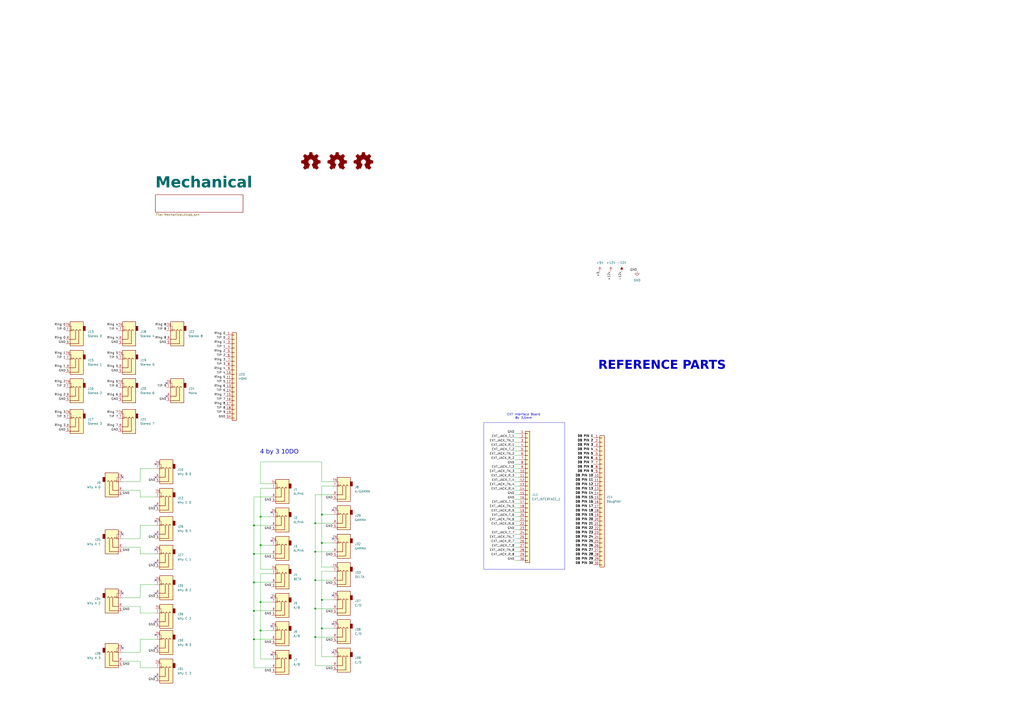
<source format=kicad_sch>
(kicad_sch (version 20231120) (generator "eeschema") (generator_version "8.0")
  (paper "A2")
  (title_block (title "Audio Thing Template") (date "2024-11-13") (rev "1.0") (company "velvia-fifty") (comment 1 "https://github.com/velvia-fifty/AudioThings") (comment 2 "You should have changed this already :)") (comment 4 "Stay humble"))
  (lib_symbols
    (symbol "Connector_Audio:AudioJack3_SwitchT"
      (property "Reference" "J" (at 0 8.89 0))
      (property "Value" "AudioJack3_SwitchT" (at 0 6.35 0))
      (symbol "AudioJack3_SwitchT_0_1"
        (rectangle (start -5.08 -5.08) (end -6.35 -7.62) (stroke (width 0.254)) (fill (type outline)))
        (polyline (pts (xy 1.778 -5.334) (xy 2.032 -5.842)))
        (polyline (pts (xy 0 -5.08) (xy 0.635 -5.715) (xy 1.27 -5.08) (xy 2.54 -5.08)) (stroke (width 0.254)))
        (polyline (pts (xy 2.54 -7.62) (xy 1.778 -7.62) (xy 1.778 -5.334) (xy 1.524 -5.842)))
        (polyline (pts (xy -1.905 -5.08) (xy -1.27 -5.715) (xy -0.635 -5.08) (xy -0.635 0) (xy 2.54 0)) (stroke (width 0.254)))
        (polyline (pts (xy 2.54 2.54) (xy -2.54 2.54) (xy -2.54 -5.08) (xy -3.175 -5.715) (xy -3.81 -5.08)) (stroke (width 0.254)))
        (rectangle (start 2.54 3.81) (end -5.08 -10.16) (stroke (width 0.254)) (fill (type background)))
      )
      (symbol "AudioJack3_SwitchT_1_1"
        (pin passive line (at 5.08 0 180) (length 2.54) (name "~") (number "R"))
        (pin passive line (at 5.08 2.54 180) (length 2.54) (name "~") (number "S"))
        (pin passive line (at 5.08 -5.08 180) (length 2.54) (name "~") (number "T"))
        (pin passive line (at 5.08 -7.62 180) (length 2.54) (name "~") (number "TN"))
      )
    )
    (symbol "Connector_Generic:Conn_01x20" (pin_names (offset 1.016) hide)
      (property "Reference" "J23" (at 2.54 0.0001 0))
      (property "Value" "HDMI" (at 2.54 -2.5399 0))
      (symbol "Conn_01x20_1_1"
        (rectangle (start -1.27 -25.273) (end 0 -25.527) (stroke (width 0.1524)))
        (rectangle (start -1.27 -22.733) (end 0 -22.987) (stroke (width 0.1524)))
        (rectangle (start -1.27 -20.193) (end 0 -20.447) (stroke (width 0.1524)))
        (rectangle (start -1.27 -17.653) (end 0 -17.907) (stroke (width 0.1524)))
        (rectangle (start -1.27 -15.113) (end 0 -15.367) (stroke (width 0.1524)))
        (rectangle (start -1.27 -12.573) (end 0 -12.827) (stroke (width 0.1524)))
        (rectangle (start -1.27 -10.033) (end 0 -10.287) (stroke (width 0.1524)))
        (rectangle (start -1.27 -7.493) (end 0 -7.747) (stroke (width 0.1524)))
        (rectangle (start -1.27 -4.953) (end 0 -5.207) (stroke (width 0.1524)))
        (rectangle (start -1.27 -2.413) (end 0 -2.667) (stroke (width 0.1524)))
        (rectangle (start -1.27 0.127) (end 0 -0.127) (stroke (width 0.1524)))
        (rectangle (start -1.27 2.667) (end 0 2.413) (stroke (width 0.1524)))
        (rectangle (start -1.27 5.207) (end 0 4.953) (stroke (width 0.1524)))
        (rectangle (start -1.27 7.747) (end 0 7.493) (stroke (width 0.1524)))
        (rectangle (start -1.27 10.287) (end 0 10.033) (stroke (width 0.1524)))
        (rectangle (start -1.27 12.827) (end 0 12.573) (stroke (width 0.1524)))
        (rectangle (start -1.27 15.367) (end 0 15.113) (stroke (width 0.1524)))
        (rectangle (start -1.27 17.907) (end 0 17.653) (stroke (width 0.1524)))
        (rectangle (start -1.27 20.447) (end 0 20.193) (stroke (width 0.1524)))
        (rectangle (start -1.27 22.987) (end 0 22.733) (stroke (width 0.1524)))
        (rectangle (start -1.27 24.13) (end 1.27 -26.67) (stroke (width 0.254)) (fill (type background)))
        (pin passive line (at -5.08 22.86 0) (length 3.81) (name "Pin_1") (number "1"))
        (pin passive line (at -5.08 0 0) (length 3.81) (name "Pin_10") (number "10"))
        (pin passive line (at -5.08 -2.54 0) (length 3.81) (name "Pin_11") (number "11"))
        (pin passive line (at -5.08 -5.08 0) (length 3.81) (name "Pin_12") (number "12"))
        (pin passive line (at -5.08 -7.62 0) (length 3.81) (name "Pin_13") (number "13"))
        (pin passive line (at -5.08 -10.16 0) (length 3.81) (name "Pin_14") (number "14"))
        (pin passive line (at -5.08 -12.7 0) (length 3.81) (name "Pin_15") (number "15"))
        (pin passive line (at -5.08 -15.24 0) (length 3.81) (name "Pin_16") (number "16"))
        (pin passive line (at -5.08 -17.78 0) (length 3.81) (name "Pin_17") (number "17"))
        (pin passive line (at -5.08 -20.32 0) (length 3.81) (name "Pin_18") (number "18"))
        (pin passive line (at -5.08 -22.86 0) (length 3.81) (name "Pin_19") (number "19"))
        (pin passive line (at -5.08 20.32 0) (length 3.81) (name "Pin_2") (number "2"))
        (pin passive line (at -5.08 17.78 0) (length 3.81) (name "Pin_3") (number "3"))
        (pin passive line (at -5.08 15.24 0) (length 3.81) (name "Pin_4") (number "4"))
        (pin passive line (at -5.08 12.7 0) (length 3.81) (name "Pin_5") (number "5"))
        (pin passive line (at -5.08 10.16 0) (length 3.81) (name "Pin_6") (number "6"))
        (pin passive line (at -5.08 7.62 0) (length 3.81) (name "Pin_7") (number "7"))
        (pin passive line (at -5.08 5.08 0) (length 3.81) (name "Pin_8") (number "8"))
        (pin passive line (at -5.08 2.54 0) (length 3.81) (name "Pin_9") (number "9"))
        (pin passive line (at -5.08 -25.4 0) (length 3.81) (name "Sheild") (number "SH"))
      )
    )
    (symbol "Connector_Generic:Conn_01x30" (pin_names (offset 1.016) hide)
      (property "Reference" "J" (at 0 38.1 0))
      (property "Value" "Conn_01x30" (at 0 -40.64 0))
      (symbol "Conn_01x30_1_1"
        (rectangle (start -1.27 -37.973) (end 0 -38.227) (stroke (width 0.1524)))
        (rectangle (start -1.27 -35.433) (end 0 -35.687) (stroke (width 0.1524)))
        (rectangle (start -1.27 -32.893) (end 0 -33.147) (stroke (width 0.1524)))
        (rectangle (start -1.27 -30.353) (end 0 -30.607) (stroke (width 0.1524)))
        (rectangle (start -1.27 -27.813) (end 0 -28.067) (stroke (width 0.1524)))
        (rectangle (start -1.27 -25.273) (end 0 -25.527) (stroke (width 0.1524)))
        (rectangle (start -1.27 -22.733) (end 0 -22.987) (stroke (width 0.1524)))
        (rectangle (start -1.27 -20.193) (end 0 -20.447) (stroke (width 0.1524)))
        (rectangle (start -1.27 -17.653) (end 0 -17.907) (stroke (width 0.1524)))
        (rectangle (start -1.27 -15.113) (end 0 -15.367) (stroke (width 0.1524)))
        (rectangle (start -1.27 -12.573) (end 0 -12.827) (stroke (width 0.1524)))
        (rectangle (start -1.27 -10.033) (end 0 -10.287) (stroke (width 0.1524)))
        (rectangle (start -1.27 -7.493) (end 0 -7.747) (stroke (width 0.1524)))
        (rectangle (start -1.27 -4.953) (end 0 -5.207) (stroke (width 0.1524)))
        (rectangle (start -1.27 -2.413) (end 0 -2.667) (stroke (width 0.1524)))
        (rectangle (start -1.27 0.127) (end 0 -0.127) (stroke (width 0.1524)))
        (rectangle (start -1.27 2.667) (end 0 2.413) (stroke (width 0.1524)))
        (rectangle (start -1.27 5.207) (end 0 4.953) (stroke (width 0.1524)))
        (rectangle (start -1.27 7.747) (end 0 7.493) (stroke (width 0.1524)))
        (rectangle (start -1.27 10.287) (end 0 10.033) (stroke (width 0.1524)))
        (rectangle (start -1.27 12.827) (end 0 12.573) (stroke (width 0.1524)))
        (rectangle (start -1.27 15.367) (end 0 15.113) (stroke (width 0.1524)))
        (rectangle (start -1.27 17.907) (end 0 17.653) (stroke (width 0.1524)))
        (rectangle (start -1.27 20.447) (end 0 20.193) (stroke (width 0.1524)))
        (rectangle (start -1.27 22.987) (end 0 22.733) (stroke (width 0.1524)))
        (rectangle (start -1.27 25.527) (end 0 25.273) (stroke (width 0.1524)))
        (rectangle (start -1.27 28.067) (end 0 27.813) (stroke (width 0.1524)))
        (rectangle (start -1.27 30.607) (end 0 30.353) (stroke (width 0.1524)))
        (rectangle (start -1.27 33.147) (end 0 32.893) (stroke (width 0.1524)))
        (rectangle (start -1.27 35.687) (end 0 35.433) (stroke (width 0.1524)))
        (rectangle (start -1.27 36.83) (end 1.27 -39.37) (stroke (width 0.254)) (fill (type background)))
        (pin passive line (at -5.08 35.56 0) (length 3.81) (name "Pin_1") (number "1"))
        (pin passive line (at -5.08 12.7 0) (length 3.81) (name "Pin_10") (number "10"))
        (pin passive line (at -5.08 10.16 0) (length 3.81) (name "Pin_11") (number "11"))
        (pin passive line (at -5.08 7.62 0) (length 3.81) (name "Pin_12") (number "12"))
        (pin passive line (at -5.08 5.08 0) (length 3.81) (name "Pin_13") (number "13"))
        (pin passive line (at -5.08 2.54 0) (length 3.81) (name "Pin_14") (number "14"))
        (pin passive line (at -5.08 0 0) (length 3.81) (name "Pin_15") (number "15"))
        (pin passive line (at -5.08 -2.54 0) (length 3.81) (name "Pin_16") (number "16"))
        (pin passive line (at -5.08 -5.08 0) (length 3.81) (name "Pin_17") (number "17"))
        (pin passive line (at -5.08 -7.62 0) (length 3.81) (name "Pin_18") (number "18"))
        (pin passive line (at -5.08 -10.16 0) (length 3.81) (name "Pin_19") (number "19"))
        (pin passive line (at -5.08 33.02 0) (length 3.81) (name "Pin_2") (number "2"))
        (pin passive line (at -5.08 -12.7 0) (length 3.81) (name "Pin_20") (number "20"))
        (pin passive line (at -5.08 -15.24 0) (length 3.81) (name "Pin_21") (number "21"))
        (pin passive line (at -5.08 -17.78 0) (length 3.81) (name "Pin_22") (number "22"))
        (pin passive line (at -5.08 -20.32 0) (length 3.81) (name "Pin_23") (number "23"))
        (pin passive line (at -5.08 -22.86 0) (length 3.81) (name "Pin_24") (number "24"))
        (pin passive line (at -5.08 -25.4 0) (length 3.81) (name "Pin_25") (number "25"))
        (pin passive line (at -5.08 -27.94 0) (length 3.81) (name "Pin_26") (number "26"))
        (pin passive line (at -5.08 -30.48 0) (length 3.81) (name "Pin_27") (number "27"))
        (pin passive line (at -5.08 -33.02 0) (length 3.81) (name "Pin_28") (number "28"))
        (pin passive line (at -5.08 -35.56 0) (length 3.81) (name "Pin_29") (number "29"))
        (pin passive line (at -5.08 30.48 0) (length 3.81) (name "Pin_3") (number "3"))
        (pin passive line (at -5.08 -38.1 0) (length 3.81) (name "Pin_30") (number "30"))
        (pin passive line (at -5.08 27.94 0) (length 3.81) (name "Pin_4") (number "4"))
        (pin passive line (at -5.08 25.4 0) (length 3.81) (name "Pin_5") (number "5"))
        (pin passive line (at -5.08 22.86 0) (length 3.81) (name "Pin_6") (number "6"))
        (pin passive line (at -5.08 20.32 0) (length 3.81) (name "Pin_7") (number "7"))
        (pin passive line (at -5.08 17.78 0) (length 3.81) (name "Pin_8") (number "8"))
        (pin passive line (at -5.08 15.24 0) (length 3.81) (name "Pin_9") (number "9"))
      )
    )
    (symbol "Graphic:Logo_Open_Hardware_Small" (in_bom no) (on_board no)
      (symbol "Logo_Open_Hardware_Small_0_1"
        (polyline (pts (xy 3.3528 -4.3434) (xy 3.302 -4.318) (xy 3.175 -4.2418) (xy 2.9972 -4.1148) (xy 2.7686 -3.9624) (xy 2.54 -3.81) (xy 2.3622 -3.7084) (xy 2.2352 -3.6068) (xy 2.1844 -3.5814) (xy 2.159 -3.6068) (xy 2.0574 -3.6576) (xy 1.905 -3.7338) (xy 1.8034 -3.7846) (xy 1.6764 -3.8354) (xy 1.6002 -3.8354) (xy 1.6002 -3.8354) (xy 1.5494 -3.7338) (xy 1.4732 -3.5306) (xy 1.3462 -3.302) (xy 1.2446 -3.0226) (xy 1.1176 -2.7178) (xy 0.9652 -2.413) (xy 0.8636 -2.1082) (xy 0.7366 -1.8288) (xy 0.6604 -1.6256) (xy 0.6096 -1.4732) (xy 0.5842 -1.397) (xy 0.5842 -1.397) (xy 0.6604 -1.3208) (xy 0.7874 -1.2446) (xy 1.0414 -1.016) (xy 1.2954 -0.6858) (xy 1.4478 -0.3302) (xy 1.524 0.0762) (xy 1.4732 0.4572) (xy 1.3208 0.8128) (xy 1.0668 1.143) (xy 0.762 1.3716) (xy 0.4064 1.524) (xy 0 1.5748) (xy -0.381 1.5494) (xy -0.7366 1.397) (xy -1.0668 1.143) (xy -1.2192 0.9906) (xy -1.397 0.6604) (xy -1.524 0.3048) (xy -1.524 0.2286) (xy -1.4986 -0.1778) (xy -1.397 -0.5334) (xy -1.1938 -0.8636) (xy -0.9144 -1.143) (xy -0.8636 -1.1684) (xy -0.7366 -1.27) (xy -0.635 -1.3462) (xy -0.5842 -1.397) (xy -1.0668 -2.5908) (xy -1.143 -2.794) (xy -1.2954 -3.1242) (xy -1.397 -3.4036) (xy -1.4986 -3.6322) (xy -1.5748 -3.7846) (xy -1.6002 -3.8354) (xy -1.6002 -3.8354) (xy -1.651 -3.8354) (xy -1.7272 -3.81) (xy -1.905 -3.7338) (xy -2.0066 -3.683) (xy -2.1336 -3.6068) (xy -2.2098 -3.5814) (xy -2.2606 -3.6068) (xy -2.3622 -3.683) (xy -2.54 -3.81) (xy -2.7686 -3.9624) (xy -2.9718 -4.0894) (xy -3.1496 -4.2164) (xy -3.302 -4.318) (xy -3.3528 -4.3434) (xy -3.3782 -4.3434) (xy -3.429 -4.318) (xy -3.5306 -4.2164) (xy -3.7084 -4.064) (xy -3.937 -3.8354) (xy -3.9624 -3.81) (xy -4.1656 -3.6068) (xy -4.318 -3.4544) (xy -4.4196 -3.3274) (xy -4.445 -3.2766) (xy -4.445 -3.2766) (xy -4.4196 -3.2258) (xy -4.318 -3.0734) (xy -4.2164 -2.8956) (xy -4.064 -2.667) (xy -3.6576 -2.0828) (xy -3.8862 -1.5494) (xy -3.937 -1.3716) (xy -4.0386 -1.1684) (xy -4.0894 -1.0414) (xy -4.1148 -0.9652) (xy -4.191 -0.9398) (xy -4.318 -0.9144) (xy -4.5466 -0.8636) (xy -4.8006 -0.8128) (xy -5.0546 -0.7874) (xy -5.2578 -0.7366) (xy -5.4356 -0.7112) (xy -5.5118 -0.6858) (xy -5.5118 -0.6858) (xy -5.5372 -0.635) (xy -5.5372 -0.5588) (xy -5.5372 -0.4318) (xy -5.5626 -0.2286) (xy -5.5626 0.0762) (xy -5.5626 0.127) (xy -5.5372 0.4064) (xy -5.5372 0.635) (xy -5.5372 0.762) (xy -5.5372 0.8382) (xy -5.5372 0.8382) (xy -5.461 0.8382) (xy -5.3086 0.889) (xy -5.08 0.9144) (xy -4.826 0.9652) (xy -4.8006 0.9906) (xy -4.5466 1.0414) (xy -4.318 1.0668) (xy -4.1656 1.1176) (xy -4.0894 1.143) (xy -4.0894 1.143) (xy -4.0386 1.2446) (xy -3.9624 1.4224) (xy -3.8608 1.6256) (xy -3.7846 1.8288) (xy -3.7084 2.0066) (xy -3.6576 2.159) (xy -3.6322 2.2098) (xy -3.6322 2.2098) (xy -3.683 2.286) (xy -3.7592 2.413) (xy -3.8862 2.5908) (xy -4.064 2.8194) (xy -4.064 2.8448) (xy -4.2164 3.0734) (xy -4.3434 3.2512) (xy -4.4196 3.3782) (xy -4.445 3.4544) (xy -4.445 3.4544) (xy -4.3942 3.5052) (xy -4.2926 3.6322) (xy -4.1148 3.81) (xy -3.937 4.0132) (xy -3.8608 4.064) (xy -3.6576 4.2926) (xy -3.5052 4.4196) (xy -3.4036 4.4958) (xy -3.3528 4.5212) (xy -3.3528 4.5212) (xy -3.302 4.4704) (xy -3.1496 4.3688) (xy -2.9718 4.2418) (xy -2.7432 4.0894) (xy -2.7178 4.0894) (xy -2.4892 3.937) (xy -2.3114 3.81) (xy -2.1844 3.7084) (xy -2.1336 3.683) (xy -2.1082 3.683) (xy -2.032 3.7084) (xy -1.8542 3.7592) (xy -1.6764 3.8354) (xy -1.4732 3.937) (xy -1.27 4.0132) (xy -1.143 4.064) (xy -1.0668 4.1148) (xy -1.0668 4.1148) (xy -1.0414 4.191) (xy -1.016 4.3434) (xy -0.9652 4.572) (xy -0.9144 4.8514) (xy -0.889 4.9022) (xy -0.8382 5.1562) (xy -0.8128 5.3848) (xy -0.7874 5.5372) (xy -0.762 5.588) (xy -0.7112 5.6134) (xy -0.5842 5.6134) (xy -0.4064 5.6134) (xy -0.1524 5.6134) (xy 0.0762 5.6134) (xy 0.3302 5.6134) (xy 0.5334 5.6134) (xy 0.6858 5.588) (xy 0.7366 5.588) (xy 0.7366 5.588) (xy 0.762 5.5118) (xy 0.8128 5.334) (xy 0.8382 5.1054) (xy 0.9144 4.826) (xy 0.9144 4.7752) (xy 0.9652 4.5212) (xy 1.016 4.2926) (xy 1.0414 4.1402) (xy 1.0668 4.0894) (xy 1.0668 4.0894) (xy 1.1938 4.0386) (xy 1.3716 3.9624) (xy 1.5748 3.8608) (xy 2.0828 3.6576) (xy 2.7178 4.0894) (xy 2.7686 4.1402) (xy 2.9972 4.2926) (xy 3.175 4.4196) (xy 3.302 4.4958) (xy 3.3782 4.5212) (xy 3.3782 4.5212) (xy 3.429 4.4704) (xy 3.556 4.3434) (xy 3.7338 4.191) (xy 3.9116 3.9878) (xy 4.064 3.8354) (xy 4.2418 3.6576) (xy 4.3434 3.556) (xy 4.4196 3.4798) (xy 4.4196 3.429) (xy 4.4196 3.4036) (xy 4.3942 3.3274) (xy 4.2926 3.2004) (xy 4.1656 2.9972) (xy 4.0132 2.794) (xy 3.8862 2.5908) (xy 3.7592 2.3876) (xy 3.6576 2.2352) (xy 3.6322 2.159) (xy 3.6322 2.1336) (xy 3.683 2.0066) (xy 3.7592 1.8288) (xy 3.8608 1.6002) (xy 4.064 1.1176) (xy 4.3942 1.0414) (xy 4.5974 1.016) (xy 4.8768 0.9652) (xy 5.1308 0.9144) (xy 5.5372 0.8382) (xy 5.5626 -0.6604) (xy 5.4864 -0.6858) (xy 5.4356 -0.6858) (xy 5.2832 -0.7366) (xy 5.0546 -0.762) (xy 4.8006 -0.8128) (xy 4.5974 -0.8636) (xy 4.3688 -0.9144) (xy 4.2164 -0.9398) (xy 4.1402 -0.9398) (xy 4.1148 -0.9652) (xy 4.064 -1.0668) (xy 3.9878 -1.2446) (xy 3.9116 -1.4478) (xy 3.81 -1.651) (xy 3.7338 -1.8542) (xy 3.683 -2.0066) (xy 3.6576 -2.0828) (xy 3.683 -2.1336) (xy 3.7846 -2.2606) (xy 3.8862 -2.4638) (xy 4.0386 -2.667) (xy 4.191 -2.8956) (xy 4.318 -3.0734) (xy 4.3942 -3.2004) (xy 4.445 -3.2766) (xy 4.4196 -3.3274) (xy 4.3434 -3.429) (xy 4.1656 -3.5814) (xy 3.937 -3.8354) (xy 3.8862 -3.8608) (xy 3.683 -4.064) (xy 3.5306 -4.2164) (xy 3.4036 -4.318) (xy 3.3528 -4.3434)) (fill (type outline)))
      )
    )
    (symbol "power:+12V" (power) (pin_numbers hide) (pin_names (offset 0) hide)
      (property "Value" "+12V" (at 0 3.556 0))
      (symbol "+12V_0_1"
        (polyline (pts (xy -0.762 1.27) (xy 0 2.54)))
        (polyline (pts (xy 0 0) (xy 0 2.54)))
        (polyline (pts (xy 0 2.54) (xy 0.762 1.27)))
      )
      (symbol "+12V_1_1"
        (pin power_in line (at 0 0 90) (length 0) (name "~") (number "1"))
      )
    )
    (symbol "power:+5V" (power) (pin_numbers hide) (pin_names (offset 0) hide)
      (property "Value" "+5V" (at 0 3.556 0))
      (symbol "+5V_0_1"
        (polyline (pts (xy -0.762 1.27) (xy 0 2.54)))
        (polyline (pts (xy 0 0) (xy 0 2.54)))
        (polyline (pts (xy 0 2.54) (xy 0.762 1.27)))
      )
      (symbol "+5V_1_1"
        (pin power_in line (at 0 0 90) (length 0) (name "~") (number "1"))
      )
    )
    (symbol "power:-12V" (power) (pin_numbers hide) (pin_names (offset 0) hide)
      (property "Value" "-12V" (at 0 3.556 0))
      (symbol "-12V_0_0"
        (pin power_in line (at 0 0 90) (length 0) (name "~") (number "1"))
      )
      (symbol "-12V_0_1"
        (polyline (pts (xy 0 0) (xy 0 1.27) (xy 0.762 1.27) (xy 0 2.54) (xy -0.762 1.27) (xy 0 1.27)) (fill (type outline)))
      )
    )
    (symbol "power:GND" (power) (pin_numbers hide) (pin_names (offset 0) hide)
      (property "Value" "GND" (at 0 -3.81 0))
      (symbol "GND_0_1"
        (polyline (pts (xy 0 0) (xy 0 -1.27) (xy 1.27 -1.27) (xy 0 -2.54) (xy -1.27 -1.27) (xy 0 -1.27)))
      )
      (symbol "GND_1_1"
        (pin power_in line (at 0 0 270) (length 0) (name "~") (number "1"))
      )
    )
  )
  (junction (at 182.88 320.04))
  (junction (at 182.88 353.06))
  (junction (at 182.88 369.57))
  (junction (at 151.13 299.72))
  (junction (at 151.13 349.25))
  (junction (at 182.88 336.55))
  (junction (at 147.32 370.84))
  (junction (at 151.13 365.76))
  (junction (at 186.69 314.96))
  (junction (at 182.88 303.53))
  (junction (at 147.32 321.31))
  (junction (at 147.32 354.33))
  (junction (at 186.69 347.98))
  (junction (at 186.69 364.49))
  (junction (at 151.13 316.23))
  (junction (at 147.32 337.82))
  (junction (at 186.69 298.45))
  (junction (at 147.32 304.8))
  (no_connect (at 90.17 326.39))
  (no_connect (at 90.17 375.92))
  (no_connect (at 71.12 309.88))
  (no_connect (at 71.12 276.86))
  (no_connect (at 193.04 345.44))
  (no_connect (at 193.04 295.91))
  (no_connect (at 71.12 375.92))
  (no_connect (at 90.17 360.68))
  (no_connect (at 90.17 276.86))
  (no_connect (at 157.48 379.73))
  (no_connect (at 193.04 312.42))
  (no_connect (at 90.17 302.26))
  (no_connect (at 90.17 336.55))
  (no_connect (at 90.17 318.77))
  (no_connect (at 157.48 363.22))
  (no_connect (at 193.04 378.46))
  (no_connect (at 71.12 344.17))
  (no_connect (at 96.52 229.87))
  (no_connect (at 90.17 293.37))
  (no_connect (at 157.48 346.71))
  (no_connect (at 90.17 392.43))
  (no_connect (at 157.48 297.18))
  (no_connect (at 157.48 313.69))
  (no_connect (at 90.17 344.17))
  (no_connect (at 96.52 222.25))
  (no_connect (at 90.17 309.88))
  (no_connect (at 90.17 269.24))
  (no_connect (at 90.17 368.3))
  (no_connect (at 193.04 361.95))
  (wire (pts (xy 186.69 331.47) (xy 193.04 331.47)))
  (wire (pts (xy 300.99 304.8) (xy 298.45 304.8)))
  (wire (pts (xy 81.28 370.84) (xy 81.28 378.46)))
  (wire (pts (xy 300.99 281.94) (xy 298.45 281.94)))
  (wire (pts (xy 151.13 316.23) (xy 157.48 316.23)))
  (wire (pts (xy 186.69 328.93) (xy 193.04 328.93)))
  (wire (pts (xy 186.69 347.98) (xy 186.69 364.49)))
  (wire (pts (xy 300.99 309.88) (xy 298.45 309.88)))
  (wire (pts (xy 81.28 355.6) (xy 90.17 355.6)))
  (wire (pts (xy 151.13 365.76) (xy 151.13 382.27)))
  (wire (pts (xy 186.69 298.45) (xy 193.04 298.45)))
  (wire (pts (xy 300.99 292.1) (xy 298.45 292.1)))
  (wire (pts (xy 81.28 383.54) (xy 81.28 387.35)))
  (wire (pts (xy 300.99 251.46) (xy 298.45 251.46)))
  (wire (pts (xy 300.99 254) (xy 298.45 254)))
  (wire (pts (xy 186.69 267.97) (xy 186.69 279.4)))
  (wire (pts (xy 300.99 271.78) (xy 298.45 271.78)))
  (wire (pts (xy 182.88 386.08) (xy 182.88 369.57)))
  (wire (pts (xy 300.99 287.02) (xy 298.45 287.02)))
  (wire (pts (xy 182.88 353.06) (xy 193.04 353.06)))
  (wire (pts (xy 186.69 298.45) (xy 186.69 314.96)))
  (wire (pts (xy 81.28 346.71) (xy 71.12 346.71)))
  (wire (pts (xy 147.32 354.33) (xy 157.48 354.33)))
  (wire (pts (xy 157.48 370.84) (xy 147.32 370.84)))
  (wire (pts (xy 193.04 369.57) (xy 182.88 369.57)))
  (wire (pts (xy 300.99 276.86) (xy 298.45 276.86)))
  (wire (pts (xy 151.13 349.25) (xy 151.13 365.76)))
  (wire (pts (xy 81.28 317.5) (xy 81.28 321.31)))
  (wire (pts (xy 81.28 288.29) (xy 90.17 288.29)))
  (wire (pts (xy 151.13 382.27) (xy 157.48 382.27)))
  (wire (pts (xy 90.17 304.8) (xy 81.28 304.8)))
  (wire (pts (xy 300.99 259.08) (xy 298.45 259.08)))
  (wire (pts (xy 182.88 336.55) (xy 182.88 320.04)))
  (wire (pts (xy 81.28 312.42) (xy 71.12 312.42)))
  (wire (pts (xy 157.48 280.67) (xy 151.13 280.67)))
  (wire (pts (xy 81.28 271.78) (xy 81.28 279.4)))
  (wire (pts (xy 90.17 339.09) (xy 81.28 339.09)))
  (wire (pts (xy 186.69 331.47) (xy 186.69 347.98)))
  (wire (pts (xy 193.04 287.02) (xy 182.88 287.02)))
  (wire (pts (xy 300.99 274.32) (xy 298.45 274.32)))
  (wire (pts (xy 300.99 279.4) (xy 298.45 279.4)))
  (wire (pts (xy 147.32 288.29) (xy 147.32 304.8)))
  (wire (pts (xy 193.04 386.08) (xy 182.88 386.08)))
  (wire (pts (xy 90.17 271.78) (xy 81.28 271.78)))
  (wire (pts (xy 300.99 269.24) (xy 298.45 269.24)))
  (wire (pts (xy 300.99 261.62) (xy 298.45 261.62)))
  (wire (pts (xy 81.28 351.79) (xy 81.28 355.6)))
  (wire (pts (xy 157.48 337.82) (xy 147.32 337.82)))
  (wire (pts (xy 81.28 284.48) (xy 81.28 288.29)))
  (wire (pts (xy 151.13 330.2) (xy 157.48 330.2)))
  (wire (pts (xy 186.69 314.96) (xy 186.69 328.93)))
  (wire (pts (xy 300.99 256.54) (xy 298.45 256.54)))
  (wire (pts (xy 300.99 284.48) (xy 298.45 284.48)))
  (wire (pts (xy 300.99 325.12) (xy 298.45 325.12)))
  (wire (pts (xy 300.99 302.26) (xy 298.45 302.26)))
  (wire (pts (xy 147.32 370.84) (xy 147.32 354.33)))
  (wire (pts (xy 182.88 336.55) (xy 182.88 353.06)))
  (wire (pts (xy 182.88 303.53) (xy 193.04 303.53)))
  (wire (pts (xy 81.28 279.4) (xy 71.12 279.4)))
  (wire (pts (xy 151.13 299.72) (xy 157.48 299.72)))
  (wire (pts (xy 151.13 316.23) (xy 151.13 330.2)))
  (wire (pts (xy 147.32 337.82) (xy 147.32 354.33)))
  (wire (pts (xy 300.99 299.72) (xy 298.45 299.72)))
  (wire (pts (xy 300.99 294.64) (xy 298.45 294.64)))
  (wire (pts (xy 81.28 339.09) (xy 81.28 346.71)))
  (wire (pts (xy 300.99 264.16) (xy 298.45 264.16)))
  (wire (pts (xy 182.88 320.04) (xy 182.88 303.53)))
  (wire (pts (xy 300.99 317.5) (xy 298.45 317.5)))
  (wire (pts (xy 186.69 347.98) (xy 193.04 347.98)))
  (wire (pts (xy 81.28 321.31) (xy 90.17 321.31)))
  (wire (pts (xy 157.48 283.21) (xy 151.13 283.21)))
  (wire (pts (xy 186.69 281.94) (xy 186.69 298.45)))
  (wire (pts (xy 157.48 321.31) (xy 147.32 321.31)))
  (wire (pts (xy 186.69 364.49) (xy 193.04 364.49)))
  (wire (pts (xy 151.13 280.67) (xy 151.13 267.97)))
  (wire (pts (xy 300.99 289.56) (xy 298.45 289.56)))
  (wire (pts (xy 182.88 369.57) (xy 182.88 353.06)))
  (wire (pts (xy 300.99 320.04) (xy 298.45 320.04)))
  (wire (pts (xy 151.13 332.74) (xy 157.48 332.74)))
  (wire (pts (xy 300.99 322.58) (xy 298.45 322.58)))
  (wire (pts (xy 81.28 304.8) (xy 81.28 312.42)))
  (wire (pts (xy 186.69 364.49) (xy 186.69 381)))
  (wire (pts (xy 182.88 287.02) (xy 182.88 303.53)))
  (wire (pts (xy 157.48 387.35) (xy 147.32 387.35)))
  (wire (pts (xy 186.69 279.4) (xy 193.04 279.4)))
  (wire (pts (xy 300.99 314.96) (xy 298.45 314.96)))
  (wire (pts (xy 71.12 317.5) (xy 81.28 317.5)))
  (wire (pts (xy 81.28 387.35) (xy 90.17 387.35)))
  (wire (pts (xy 147.32 387.35) (xy 147.32 370.84)))
  (wire (pts (xy 151.13 349.25) (xy 157.48 349.25)))
  (wire (pts (xy 71.12 284.48) (xy 81.28 284.48)))
  (wire (pts (xy 300.99 297.18) (xy 298.45 297.18)))
  (wire (pts (xy 300.99 266.7) (xy 298.45 266.7)))
  (wire (pts (xy 300.99 307.34) (xy 298.45 307.34)))
  (wire (pts (xy 147.32 321.31) (xy 147.32 304.8)))
  (wire (pts (xy 186.69 381) (xy 193.04 381)))
  (wire (pts (xy 300.99 312.42) (xy 298.45 312.42)))
  (wire (pts (xy 193.04 320.04) (xy 182.88 320.04)))
  (wire (pts (xy 71.12 383.54) (xy 81.28 383.54)))
  (wire (pts (xy 151.13 365.76) (xy 157.48 365.76)))
  (wire (pts (xy 151.13 267.97) (xy 186.69 267.97)))
  (wire (pts (xy 151.13 332.74) (xy 151.13 349.25)))
  (wire (pts (xy 186.69 314.96) (xy 193.04 314.96)))
  (wire (pts (xy 151.13 283.21) (xy 151.13 299.72)))
  (wire (pts (xy 147.32 337.82) (xy 147.32 321.31)))
  (wire (pts (xy 151.13 299.72) (xy 151.13 316.23)))
  (wire (pts (xy 81.28 378.46) (xy 71.12 378.46)))
  (wire (pts (xy 90.17 370.84) (xy 81.28 370.84)))
  (wire (pts (xy 147.32 304.8) (xy 157.48 304.8)))
  (wire (pts (xy 157.48 288.29) (xy 147.32 288.29)))
  (wire (pts (xy 193.04 281.94) (xy 186.69 281.94)))
  (wire (pts (xy 71.12 351.79) (xy 81.28 351.79)))
  (wire (pts (xy 193.04 336.55) (xy 182.88 336.55)))
  (rectangle (start 280.67 245.11) (end 327.66 330.2))
  (text "4 by 3 10DO" (at 162.052 262.89 0) (effects (font (size 2.54 2.54))))
  (text "REFERENCE PARTS" (at 384.048 213.36 0) (effects (font (size 5.08 5.08) (thickness 1.016) (bold yes))))
  (text "EXT Interface Board\n8x 3.5mm" (at 303.784 241.554 0) (effects (font (size 1.27 1.27))))
  (label "GND" (at 96.52 199.39 180))
  (label "+5" (at 347.98 157.48 270))
  (label "EXT_JACK_TN_1" (at 298.45 256.54 180))
  (label "Ring 0" (at 130.81 194.31 180))
  (label "TIP 8" (at 96.52 191.77 180))
  (label "GND" (at 298.45 287.02 180))
  (label "GND" (at 68.58 215.9 180))
  (label "EXT_JACK_T_4" (at 298.45 279.4 180))
  (label "GND" (at 193.04 306.07 180))
  (label "Ring 4" (at 130.81 214.63 180))
  (label "GND" (at 90.17 279.4 180))
  (label "Ring 2" (at 38.1 229.87 180))
  (label "GND" (at 298.45 251.46 180))
  (label "TIP 4" (at 130.81 217.17 180))
  (label "DB PIN 8" (at 344.17 271.78 180) (effects (font (thickness 0.254) (bold yes))))
  (label "DB PIN 28" (at 344.17 322.58 180) (effects (font (thickness 0.254) (bold yes))))
  (label "DB PIN 20" (at 344.17 302.26 180) (effects (font (thickness 0.254) (bold yes))))
  (label "DB PIN 11" (at 344.17 279.4 180) (effects (font (thickness 0.254) (bold yes))))
  (label "Ring 5" (at 130.81 219.71 180))
  (label "EXT_JACK_T_3" (at 298.45 271.78 180))
  (label "GND" (at 298.45 269.24 180))
  (label "GND" (at 157.48 307.34 180))
  (label "EXT_JACK_TN_4" (at 298.45 281.94 180))
  (label "DB PIN 14" (at 344.17 287.02 180) (effects (font (thickness 0.254) (bold yes))))
  (label "DB PIN 24" (at 344.17 312.42 180) (effects (font (thickness 0.254) (bold yes))))
  (label "GND" (at 38.1 250.19 180))
  (label "EXT_JACK_R_3" (at 298.45 276.86 180))
  (label "GND" (at 193.04 372.11 180))
  (label "Ring 5" (at 68.58 213.36 180))
  (label "Ring 6" (at 68.58 222.25 180))
  (label "Ring 3" (at 38.1 247.65 180))
  (label "GND" (at 90.17 363.22 180))
  (label "DB PIN 3" (at 344.17 259.08 180) (effects (font (thickness 0.254) (bold yes))))
  (label "DB PIN 13" (at 344.17 284.48 180) (effects (font (thickness 0.254) (bold yes))))
  (label "-12v" (at 360.68 157.48 270))
  (label "TIP 8" (at 130.81 237.49 180))
  (label "TIP 2" (at 130.81 207.01 180))
  (label "GND" (at 90.17 346.71 180))
  (label "Ring 7" (at 130.81 229.87 180))
  (label "TIP 6" (at 68.58 224.79 180))
  (label "DB PIN 18" (at 344.17 297.18 180) (effects (font (thickness 0.254) (bold yes))))
  (label "Ring 1" (at 38.1 213.36 180))
  (label "EXT_JACK_R_2" (at 298.45 266.7 180))
  (label "EXT_JACK_R_8" (at 298.45 322.58 180))
  (label "GND" (at 369.57 157.48 180))
  (label "GND" (at 90.17 378.46 180))
  (label "GND" (at 38.1 215.9 180))
  (label "Ring 1" (at 130.81 199.39 180))
  (label "GND" (at 157.48 389.89 180))
  (label "Ring 6" (at 68.58 229.87 180))
  (label "GND" (at 130.81 242.57 180))
  (label "Ring 5" (at 68.58 205.74 180))
  (label "EXT_JACK_T_2" (at 298.45 261.62 180))
  (label "GND" (at 298.45 307.34 180))
  (label "EXT_JACK_T_5" (at 298.45 292.1 180))
  (label "GND" (at 157.48 323.85 180))
  (label "EXT_JACK_TN_7" (at 298.45 312.42 180))
  (label "Ring 6" (at 130.81 224.79 180))
  (label "GND" (at 193.04 322.58 180))
  (label "Ring 1" (at 38.1 205.74 180))
  (label "TIP 5" (at 68.58 208.28 180))
  (label "TIP 7" (at 130.81 232.41 180))
  (label "DB PIN 10" (at 344.17 276.86 180) (effects (font (thickness 0.254) (bold yes))))
  (label "TIP 0" (at 38.1 191.77 180))
  (label "Ring 7" (at 68.58 240.03 180))
  (label "DB PIN 30" (at 344.17 327.66 180) (effects (font (thickness 0.254) (bold yes))))
  (label "GND" (at 71.12 287.02 0))
  (label "EXT_JACK_TN_5" (at 298.45 294.64 180))
  (label "Ring 2" (at 38.1 222.25 180))
  (label "TIP 2" (at 38.1 224.79 180))
  (label "EXT_JACK_TN_2" (at 298.45 264.16 180))
  (label "EXT_JACK_TN_8" (at 298.45 320.04 180))
  (label "EXT_JACK_R_7" (at 298.45 314.96 180))
  (label "TIP 3" (at 130.81 212.09 180))
  (label "GND" (at 90.17 394.97 180))
  (label "GND" (at 71.12 320.04 0))
  (label "DB PIN 7" (at 344.17 269.24 180) (effects (font (thickness 0.254) (bold yes))))
  (label "Ring 4" (at 68.58 189.23 180))
  (label "DB PIN 9" (at 344.17 274.32 180) (effects (font (thickness 0.254) (bold yes))))
  (label "EXT_JACK_R_4" (at 298.45 284.48 180))
  (label "DB PIN 1" (at 344.17 254 180) (effects (font (thickness 0.254) (bold yes))))
  (label "Ring 4" (at 68.58 196.85 180))
  (label "GND" (at 96.52 232.41 180))
  (label "GND" (at 38.1 232.41 180))
  (label "GND" (at 193.04 355.6 180))
  (label "TIP 7" (at 68.58 242.57 180))
  (label "DB PIN 2" (at 344.17 256.54 180) (effects (font (thickness 0.254) (bold yes))))
  (label "GND" (at 298.45 289.56 180))
  (label "GND" (at 298.45 325.12 180))
  (label "DB PIN 15" (at 344.17 289.56 180) (effects (font (thickness 0.254) (bold yes))))
  (label "DB PIN 19" (at 344.17 299.72 180) (effects (font (thickness 0.254) (bold yes))))
  (label "Ring 8" (at 130.81 234.95 180))
  (label "TIP 1" (at 38.1 208.28 180))
  (label "EXT_JACK_TN_6" (at 298.45 302.26 180))
  (label "DB PIN 21" (at 344.17 304.8 180) (effects (font (thickness 0.254) (bold yes))))
  (label "DB PIN 4" (at 344.17 261.62 180) (effects (font (thickness 0.254) (bold yes))))
  (label "DB PIN 25" (at 344.17 314.96 180) (effects (font (thickness 0.254) (bold yes))))
  (label "TIP 5" (at 130.81 222.25 180))
  (label "GND" (at 68.58 199.39 180))
  (label "DB PIN 12" (at 344.17 281.94 180) (effects (font (thickness 0.254) (bold yes))))
  (label "Ring 8" (at 96.52 189.23 180))
  (label "TIP 9" (at 96.52 224.79 180))
  (label "GND" (at 193.04 289.56 180))
  (label "DB PIN 29" (at 344.17 325.12 180) (effects (font (thickness 0.254) (bold yes))))
  (label "Ring 2" (at 130.81 204.47 180))
  (label "DB PIN 22" (at 344.17 307.34 180) (effects (font (thickness 0.254) (bold yes))))
  (label "EXT_JACK_R_1" (at 298.45 259.08 180))
  (label "GND" (at 71.12 386.08 0))
  (label "GND" (at 90.17 328.93 180))
  (label "GND" (at 193.04 339.09 180))
  (label "EXT_JACK_R_6" (at 298.45 304.8 180))
  (label "EXT_JACK_T_6" (at 298.45 299.72 180))
  (label "DB PIN 6" (at 344.17 266.7 180) (effects (font (thickness 0.254) (bold yes))))
  (label "Ring 8" (at 96.52 196.85 180))
  (label "TIP 4" (at 68.58 191.77 180))
  (label "GND" (at 90.17 295.91 180))
  (label "EXT_JACK_TN_3" (at 298.45 274.32 180))
  (label "+12v" (at 354.33 157.48 270))
  (label "TIP 6" (at 130.81 227.33 180))
  (label "Ring 0" (at 38.1 189.23 180))
  (label "DB PIN 16" (at 344.17 292.1 180) (effects (font (thickness 0.254) (bold yes))))
  (label "TIP 1" (at 130.81 201.93 180))
  (label "TIP 3" (at 38.1 242.57 180))
  (label "Ring 0" (at 38.1 196.85 180))
  (label "GND" (at 157.48 340.36 180))
  (label "GND" (at 193.04 388.62 180))
  (label "GND" (at 157.48 290.83 180))
  (label "GND" (at 71.12 354.33 0))
  (label "TIP 9" (at 130.81 240.03 180))
  (label "DB PIN 23" (at 344.17 309.88 180) (effects (font (thickness 0.254) (bold yes))))
  (label "GND" (at 68.58 232.41 180))
  (label "EXT_JACK_T_8" (at 298.45 317.5 180))
  (label "EXT_JACK_T_1" (at 298.45 254 180))
  (label "EXT_JACK_R_5" (at 298.45 297.18 180))
  (label "GND" (at 157.48 356.87 180))
  (label "DB PIN 5" (at 344.17 264.16 180) (effects (font (thickness 0.254) (bold yes))))
  (label "DB PIN 17" (at 344.17 294.64 180) (effects (font (thickness 0.254) (bold yes))))
  (label "GND" (at 68.58 250.19 180))
  (label "Ring 7" (at 68.58 247.65 180))
  (label "Ring 3" (at 38.1 240.03 180))
  (label "TIP 0" (at 130.81 196.85 180))
  (label "Ring 3" (at 130.81 209.55 180))
  (label "DB PIN 27" (at 344.17 320.04 180) (effects (font (thickness 0.254) (bold yes))))
  (label "EXT_JACK_T_7" (at 298.45 309.88 180))
  (label "DB PIN 26" (at 344.17 317.5 180) (effects (font (thickness 0.254) (bold yes))))
  (label "GND" (at 157.48 373.38 180))
  (label "GND" (at 38.1 199.39 180))
  (label "GND" (at 90.17 312.42 180))
  (symbol (lib_id "Connector_Audio:AudioJack3_SwitchT") (at 101.6 196.85 180) (unit 1)
    (property "Reference" "J22" (at 109.22 192.4049 0) (effects (justify right)))
    (property "Value" "Stereo 8" (at 109.22 194.9449 0) (effects (justify right)))
    (property "Footprint" "Connector_Audio:Jack_3.5mm_CUI_SJ-3524-SMT_Horizontal" (effects (hide yes)))
    (property "Description" "Audio Jack, 3 Poles (Stereo / TRS), Switched T Pole (Normalling)" (effects (hide yes)))
  )
  (symbol (lib_id "Connector_Audio:AudioJack3_SwitchT") (at 162.56 288.29 180) (unit 1)
    (property "Reference" "J1" (at 170.18 283.8449 0) (effects (justify right)))
    (property "Value" "ALPHA" (at 170.18 286.3849 0) (effects (justify right)))
    (property "Footprint" "Connector_Audio:Jack_3.5mm_CUI_SJ-3524-SMT_Horizontal" (effects (hide yes)))
    (property "Description" "Audio Jack, 3 Poles (Stereo / TRS), Switched T Pole (Normalling)" (effects (hide yes)))
  )
  (symbol (lib_id "Connector_Audio:AudioJack3_SwitchT") (at 73.66 213.36 180) (unit 1)
    (property "Reference" "J19" (at 81.28 208.9149 0) (effects (justify right)))
    (property "Value" "Stereo 5" (at 81.28 211.4549 0) (effects (justify right)))
    (property "Footprint" "Connector_Audio:Jack_3.5mm_CUI_SJ-3524-SMT_Horizontal" (effects (hide yes)))
    (property "Description" "Audio Jack, 3 Poles (Stereo / TRS), Switched T Pole (Normalling)" (effects (hide yes)))
  )
  (symbol (lib_id "Connector_Audio:AudioJack3_SwitchT") (at 43.18 213.36 180) (unit 1)
    (property "Reference" "J15" (at 50.8 208.9149 0) (effects (justify right)))
    (property "Value" "Stereo 1" (at 50.8 211.4549 0) (effects (justify right)))
    (property "Footprint" "Connector_Audio:Jack_3.5mm_CUI_SJ-3524-SMT_Horizontal" (effects (hide yes)))
    (property "Description" "Audio Jack, 3 Poles (Stereo / TRS), Switched T Pole (Normalling)" (effects (hide yes)))
  )
  (symbol (lib_id "Connector_Audio:AudioJack3_SwitchT") (at 95.25 309.88 180) (unit 1)
    (property "Reference" "J26" (at 102.87 305.4349 0) (effects (justify right)))
    (property "Value" "Why B 1" (at 102.87 307.9749 0) (effects (justify right)))
    (property "Footprint" "Connector_Audio:Jack_3.5mm_CUI_SJ-3524-SMT_Horizontal" (effects (hide yes)))
    (property "Description" "Audio Jack, 3 Poles (Stereo / TRS), Switched T Pole (Normalling)" (effects (hide yes)))
  )
  (symbol (lib_id "power:-12V") (at 360.68 157.48 0) (unit 1)
    (property "Reference" "#PWR023" (effects (hide yes)))
    (property "Value" "-12V" (at 360.68 152.4 0))
    (property "Description" "Power symbol creates a global label with name \"-12V\"" (effects (hide yes)))
  )
  (symbol (lib_id "Connector_Audio:AudioJack3_SwitchT") (at 95.25 293.37 180) (unit 1)
    (property "Reference" "J12" (at 102.87 288.9249 0) (effects (justify right)))
    (property "Value" "Why C 0" (at 102.87 291.4649 0) (effects (justify right)))
    (property "Footprint" "Connector_Audio:Jack_3.5mm_CUI_SJ-3524-SMT_Horizontal" (effects (hide yes)))
    (property "Description" "Audio Jack, 3 Poles (Stereo / TRS), Switched T Pole (Normalling)" (effects (hide yes)))
  )
  (symbol (lib_id "Connector_Audio:AudioJack3_SwitchT") (at 162.56 304.8 180) (unit 1)
    (property "Reference" "J2" (at 170.18 300.3549 0) (effects (justify right)))
    (property "Value" "ALPHA" (at 170.18 302.8949 0) (effects (justify right)))
    (property "Footprint" "Connector_Audio:Jack_3.5mm_CUI_SJ-3524-SMT_Horizontal" (effects (hide yes)))
    (property "Description" "Audio Jack, 3 Poles (Stereo / TRS), Switched T Pole (Normalling)" (effects (hide yes)))
  )
  (symbol (lib_id "Connector_Audio:AudioJack3_SwitchT") (at 66.04 284.48 0) (mirror x) (unit 1)
    (property "Reference" "J9" (at 58.42 280.0349 0) (effects (justify right)))
    (property "Value" "Why A 0" (at 58.42 282.5749 0) (effects (justify right)))
    (property "Footprint" "Connector_Audio:Jack_3.5mm_CUI_SJ-3524-SMT_Horizontal" (effects (hide yes)))
    (property "Description" "Audio Jack, 3 Poles (Stereo / TRS), Switched T Pole (Normalling)" (effects (hide yes)))
  )
  (symbol (lib_id "Connector_Audio:AudioJack3_SwitchT") (at 198.12 386.08 180) (unit 1)
    (property "Reference" "J39" (at 205.74 381.6349 0) (effects (justify right)))
    (property "Value" "C/D" (at 205.74 384.1749 0) (effects (justify right)))
    (property "Footprint" "Connector_Audio:Jack_3.5mm_CUI_SJ-3524-SMT_Horizontal" (effects (hide yes)))
    (property "Description" "Audio Jack, 3 Poles (Stereo / TRS), Switched T Pole (Normalling)" (effects (hide yes)))
  )
  (symbol (lib_id "Connector_Audio:AudioJack3_SwitchT") (at 95.25 375.92 180) (unit 1)
    (property "Reference" "J30" (at 102.87 371.4749 0) (effects (justify right)))
    (property "Value" "Why B 3" (at 102.87 374.0149 0) (effects (justify right)))
    (property "Footprint" "Connector_Audio:Jack_3.5mm_CUI_SJ-3524-SMT_Horizontal" (effects (hide yes)))
    (property "Description" "Audio Jack, 3 Poles (Stereo / TRS), Switched T Pole (Normalling)" (effects (hide yes)))
  )
  (symbol (lib_id "Connector_Audio:AudioJack3_SwitchT") (at 198.12 369.57 180) (unit 1)
    (property "Reference" "J38" (at 205.74 365.1249 0) (effects (justify right)))
    (property "Value" "C/D" (at 205.74 367.6649 0) (effects (justify right)))
    (property "Footprint" "Connector_Audio:Jack_3.5mm_CUI_SJ-3524-SMT_Horizontal" (effects (hide yes)))
    (property "Description" "Audio Jack, 3 Poles (Stereo / TRS), Switched T Pole (Normalling)" (effects (hide yes)))
  )
  (symbol (lib_id "Connector_Audio:AudioJack3_SwitchT") (at 101.6 229.87 180) (unit 1)
    (property "Reference" "J24" (at 109.22 225.4249 0) (effects (justify right)))
    (property "Value" "Mono" (at 109.22 227.9649 0) (effects (justify right)))
    (property "Footprint" "Connector_Audio:Jack_3.5mm_CUI_SJ-3524-SMT_Horizontal" (effects (hide yes)))
    (property "Description" "Audio Jack, 3 Poles (Stereo / TRS), Switched T Pole (Normalling)" (effects (hide yes)))
  )
  (symbol (lib_id "Graphic:Logo_Open_Hardware_Small") (at 210.82 93.98 0) (unit 1) (exclude_from_sim yes) (in_bom no) (on_board no)
    (property "Reference" "#SYM3" (effects (hide yes)))
    (property "Value" "CC" (effects (hide yes)))
    (property "Footprint" "Symbol:Symbol_CreativeCommons_SilkScreenTop_Type2_Big" (effects (hide yes)))
    (property "Description" "CC" (effects (hide yes)))
  )
  (symbol (lib_id "Connector_Audio:AudioJack3_SwitchT") (at 95.25 276.86 180) (unit 1)
    (property "Reference" "J10" (at 102.87 272.4149 0) (effects (justify right)))
    (property "Value" "Why B 0" (at 102.87 274.9549 0) (effects (justify right)))
    (property "Footprint" "Connector_Audio:Jack_3.5mm_CUI_SJ-3524-SMT_Horizontal" (effects (hide yes)))
    (property "Description" "Audio Jack, 3 Poles (Stereo / TRS), Switched T Pole (Normalling)" (effects (hide yes)))
  )
  (symbol (lib_id "power:+5V") (at 347.98 157.48 0) (unit 1)
    (property "Reference" "#PWR021" (effects (hide yes)))
    (property "Value" "+5V" (at 347.98 152.4 0))
    (property "Description" "Power symbol creates a global label with name \"+5V\"" (effects (hide yes)))
  )
  (symbol (lib_id "Connector_Audio:AudioJack3_SwitchT") (at 198.12 303.53 180) (unit 1)
    (property "Reference" "J29" (at 205.74 299.0849 0) (effects (justify right)))
    (property "Value" "GAMMA" (at 205.74 301.6249 0) (effects (justify right)))
    (property "Footprint" "Connector_Audio:Jack_3.5mm_CUI_SJ-3524-SMT_Horizontal" (effects (hide yes)))
    (property "Description" "Audio Jack, 3 Poles (Stereo / TRS), Switched T Pole (Normalling)" (effects (hide yes)))
  )
  (symbol (lib_id "Connector_Audio:AudioJack3_SwitchT") (at 43.18 247.65 180) (unit 1)
    (property "Reference" "J17" (at 50.8 243.2049 0) (effects (justify right)))
    (property "Value" "Stereo 3" (at 50.8 245.7449 0) (effects (justify right)))
    (property "Footprint" "Connector_Audio:Jack_3.5mm_CUI_SJ-3524-SMT_Horizontal" (effects (hide yes)))
    (property "Description" "Audio Jack, 3 Poles (Stereo / TRS), Switched T Pole (Normalling)" (effects (hide yes)))
  )
  (symbol (lib_id "Connector_Audio:AudioJack3_SwitchT") (at 95.25 326.39 180) (unit 1)
    (property "Reference" "J27" (at 102.87 321.9449 0) (effects (justify right)))
    (property "Value" "Why C 1" (at 102.87 324.4849 0) (effects (justify right)))
    (property "Footprint" "Connector_Audio:Jack_3.5mm_CUI_SJ-3524-SMT_Horizontal" (effects (hide yes)))
    (property "Description" "Audio Jack, 3 Poles (Stereo / TRS), Switched T Pole (Normalling)" (effects (hide yes)))
  )
  (symbol (lib_id "Connector_Audio:AudioJack3_SwitchT") (at 162.56 370.84 180) (unit 1)
    (property "Reference" "J6" (at 170.18 366.3949 0) (effects (justify right)))
    (property "Value" "A/B" (at 170.18 368.9349 0) (effects (justify right)))
    (property "Footprint" "Connector_Audio:Jack_3.5mm_CUI_SJ-3524-SMT_Horizontal" (effects (hide yes)))
    (property "Description" "Audio Jack, 3 Poles (Stereo / TRS), Switched T Pole (Normalling)" (effects (hide yes)))
  )
  (symbol (lib_id "Connector_Generic:Conn_01x30") (at 349.25 289.56 0) (unit 1)
    (property "Reference" "J14" (at 351.79 288.2899 0) (effects (justify left)))
    (property "Value" "Daughter" (at 351.79 290.8299 0) (effects (justify left)))
    (property "Footprint" "AT-Footprints:AMPHENOL_SFV30R-4STE1HLF - FFC - 30 RA" (effects (hide yes)))
    (property "Description" "Generic connector, single row, 01x30, script generated (kicad-library-utils/schlib/autogen/connector/)" (effects (hide yes)))
  )
  (symbol (lib_id "Connector_Audio:AudioJack3_SwitchT") (at 66.04 317.5 0) (mirror x) (unit 1)
    (property "Reference" "J25" (at 58.42 313.0549 0) (effects (justify right)))
    (property "Value" "Why A 1" (at 58.42 315.5949 0) (effects (justify right)))
    (property "Footprint" "Connector_Audio:Jack_3.5mm_CUI_SJ-3524-SMT_Horizontal" (effects (hide yes)))
    (property "Description" "Audio Jack, 3 Poles (Stereo / TRS), Switched T Pole (Normalling)" (effects (hide yes)))
  )
  (symbol (lib_id "power:GND") (at 369.57 157.48 0) (unit 1)
    (property "Reference" "#PWR024" (effects (hide yes)))
    (property "Value" "GND" (at 369.57 162.56 0))
    (property "Description" "Power symbol creates a global label with name \"GND\" , ground" (effects (hide yes)))
  )
  (symbol (lib_id "Connector_Audio:AudioJack3_SwitchT") (at 43.18 196.85 180) (unit 1)
    (property "Reference" "J13" (at 50.8 192.4049 0) (effects (justify right)))
    (property "Value" "Stereo 0" (at 50.8 194.9449 0) (effects (justify right)))
    (property "Footprint" "Connector_Audio:Jack_3.5mm_CUI_SJ-3524-SMT_Horizontal" (effects (hide yes)))
    (property "Description" "Audio Jack, 3 Poles (Stereo / TRS), Switched T Pole (Normalling)" (effects (hide yes)))
  )
  (symbol (lib_id "power:+12V") (at 354.33 157.48 0) (unit 1)
    (property "Reference" "#PWR022" (effects (hide yes)))
    (property "Value" "+12V" (at 354.33 152.4 0))
    (property "Description" "Power symbol creates a global label with name \"+12V\"" (effects (hide yes)))
  )
  (symbol (lib_id "Connector_Generic:Conn_01x20") (at 135.89 217.17 0) (unit 1)
    (property "Reference" "J23" (at 138.43 217.1699 0) (effects (justify left)))
    (property "Value" "HDMI" (at 138.43 219.7099 0) (effects (justify left)))
    (property "Footprint" "Connector_Video:HDMI_A_Molex_208658-1001_Horizontal" (effects (hide yes)))
    (property "Description" "Generic connector, single row, 01x20, script generated (kicad-library-utils/schlib/autogen/connector/)" (effects (hide yes)))
  )
  (symbol (lib_id "Graphic:Logo_Open_Hardware_Small") (at 195.58 93.98 0) (unit 1) (exclude_from_sim yes) (in_bom no) (on_board no)
    (property "Reference" "#SYM2" (effects (hide yes)))
    (property "Value" "Logo Kicad" (effects (hide yes)))
    (property "Footprint" "Symbol:KiCad-Logo2_5mm_SilkScreen" (effects (hide yes)))
    (property "Description" "Logo Kicadx" (effects (hide yes)))
  )
  (symbol (lib_id "Connector_Audio:AudioJack3_SwitchT") (at 198.12 287.02 180) (unit 1)
    (property "Reference" "J8" (at 205.74 282.5749 0) (effects (justify right)))
    (property "Value" "A/GAMMA" (at 205.74 285.1149 0) (effects (justify right)))
    (property "Footprint" "Connector_Audio:Jack_3.5mm_CUI_SJ-3524-SMT_Horizontal" (effects (hide yes)))
    (property "Description" "Audio Jack, 3 Poles (Stereo / TRS), Switched T Pole (Normalling)" (effects (hide yes)))
  )
  (symbol (lib_id "Graphic:Logo_Open_Hardware_Small") (at 180.34 93.98 0) (unit 1) (exclude_from_sim yes) (in_bom no)
    (property "Reference" "#SYM1" (effects (hide yes)))
    (property "Value" "Logo_Open_Hardware_Small" (effects (hide yes)))
    (property "Footprint" "Symbol:OSHW-Logo2_7.3x6mm_SilkScreen" (effects (hide yes)))
    (property "Description" "Open Hardware logo, small" (effects (hide yes)))
  )
  (symbol (lib_id "Connector_Generic:Conn_01x30") (at 306.07 287.02 0) (unit 1)
    (property "Reference" "J11" (at 308.61 287.0199 0) (effects (justify left)))
    (property "Value" "EXT_INTERFACE_1" (at 308.61 289.5599 0) (effects (justify left)))
    (property "Footprint" "AT-Footprints:AMPHENOL_SFV30R-4STE1HLF - FFC - 30 RA" (effects (hide yes)))
    (property "Description" "Generic connector, single row, 01x30, script generated (kicad-library-utils/schlib/autogen/connector/)" (effects (hide yes)))
  )
  (symbol (lib_id "Connector_Audio:AudioJack3_SwitchT") (at 95.25 392.43 180) (unit 1)
    (property "Reference" "J31" (at 102.87 387.9849 0) (effects (justify right)))
    (property "Value" "Why C 3" (at 102.87 390.5249 0) (effects (justify right)))
    (property "Footprint" "Connector_Audio:Jack_3.5mm_CUI_SJ-3524-SMT_Horizontal" (effects (hide yes)))
    (property "Description" "Audio Jack, 3 Poles (Stereo / TRS), Switched T Pole (Normalling)" (effects (hide yes)))
  )
  (symbol (lib_id "Connector_Audio:AudioJack3_SwitchT") (at 95.25 344.17 180) (unit 1)
    (property "Reference" "J35" (at 102.87 339.7249 0) (effects (justify right)))
    (property "Value" "Why B 2" (at 102.87 342.2649 0) (effects (justify right)))
    (property "Footprint" "Connector_Audio:Jack_3.5mm_CUI_SJ-3524-SMT_Horizontal" (effects (hide yes)))
    (property "Description" "Audio Jack, 3 Poles (Stereo / TRS), Switched T Pole (Normalling)" (effects (hide yes)))
  )
  (symbol (lib_id "Connector_Audio:AudioJack3_SwitchT") (at 66.04 383.54 0) (mirror x) (unit 1)
    (property "Reference" "J28" (at 58.42 379.0949 0) (effects (justify right)))
    (property "Value" "Why A 3" (at 58.42 381.6349 0) (effects (justify right)))
    (property "Footprint" "Connector_Audio:Jack_3.5mm_CUI_SJ-3524-SMT_Horizontal" (effects (hide yes)))
    (property "Description" "Audio Jack, 3 Poles (Stereo / TRS), Switched T Pole (Normalling)" (effects (hide yes)))
  )
  (symbol (lib_id "Connector_Audio:AudioJack3_SwitchT") (at 198.12 336.55 180) (unit 1)
    (property "Reference" "J33" (at 205.74 332.1049 0) (effects (justify right)))
    (property "Value" "DELTA" (at 205.74 334.6449 0) (effects (justify right)))
    (property "Footprint" "Connector_Audio:Jack_3.5mm_CUI_SJ-3524-SMT_Horizontal" (effects (hide yes)))
    (property "Description" "Audio Jack, 3 Poles (Stereo / TRS), Switched T Pole (Normalling)" (effects (hide yes)))
  )
  (symbol (lib_id "Connector_Audio:AudioJack3_SwitchT") (at 73.66 229.87 180) (unit 1)
    (property "Reference" "J20" (at 81.28 225.4249 0) (effects (justify right)))
    (property "Value" "Stereo 6" (at 81.28 227.9649 0) (effects (justify right)))
    (property "Footprint" "Connector_Audio:Jack_3.5mm_CUI_SJ-3524-SMT_Horizontal" (effects (hide yes)))
    (property "Description" "Audio Jack, 3 Poles (Stereo / TRS), Switched T Pole (Normalling)" (effects (hide yes)))
  )
  (symbol (lib_id "Connector_Audio:AudioJack3_SwitchT") (at 162.56 321.31 180) (unit 1)
    (property "Reference" "J3" (at 170.18 316.8649 0) (effects (justify right)))
    (property "Value" "ALPHA" (at 170.18 319.4049 0) (effects (justify right)))
    (property "Footprint" "Connector_Audio:Jack_3.5mm_CUI_SJ-3524-SMT_Horizontal" (effects (hide yes)))
    (property "Description" "Audio Jack, 3 Poles (Stereo / TRS), Switched T Pole (Normalling)" (effects (hide yes)))
  )
  (symbol (lib_id "Connector_Audio:AudioJack3_SwitchT") (at 198.12 320.04 180) (unit 1)
    (property "Reference" "J32" (at 205.74 315.5949 0) (effects (justify right)))
    (property "Value" "GAMMA" (at 205.74 318.1349 0) (effects (justify right)))
    (property "Footprint" "Connector_Audio:Jack_3.5mm_CUI_SJ-3524-SMT_Horizontal" (effects (hide yes)))
    (property "Description" "Audio Jack, 3 Poles (Stereo / TRS), Switched T Pole (Normalling)" (effects (hide yes)))
  )
  (symbol (lib_id "Connector_Audio:AudioJack3_SwitchT") (at 73.66 247.65 180) (unit 1)
    (property "Reference" "J21" (at 81.28 243.2049 0) (effects (justify right)))
    (property "Value" "Stereo 7" (at 81.28 245.7449 0) (effects (justify right)))
    (property "Footprint" "Connector_Audio:Jack_3.5mm_CUI_SJ-3524-SMT_Horizontal" (effects (hide yes)))
    (property "Description" "Audio Jack, 3 Poles (Stereo / TRS), Switched T Pole (Normalling)" (effects (hide yes)))
  )
  (symbol (lib_id "Connector_Audio:AudioJack3_SwitchT") (at 162.56 354.33 180) (unit 1)
    (property "Reference" "J5" (at 170.18 349.8849 0) (effects (justify right)))
    (property "Value" "A/B" (at 170.18 352.4249 0) (effects (justify right)))
    (property "Footprint" "Connector_Audio:Jack_3.5mm_CUI_SJ-3524-SMT_Horizontal" (effects (hide yes)))
    (property "Description" "Audio Jack, 3 Poles (Stereo / TRS), Switched T Pole (Normalling)" (effects (hide yes)))
  )
  (symbol (lib_id "Connector_Audio:AudioJack3_SwitchT") (at 198.12 353.06 180) (unit 1)
    (property "Reference" "J37" (at 205.74 348.6149 0) (effects (justify right)))
    (property "Value" "C/D" (at 205.74 351.1549 0) (effects (justify right)))
    (property "Footprint" "Connector_Audio:Jack_3.5mm_CUI_SJ-3524-SMT_Horizontal" (effects (hide yes)))
    (property "Description" "Audio Jack, 3 Poles (Stereo / TRS), Switched T Pole (Normalling)" (effects (hide yes)))
  )
  (symbol (lib_id "Connector_Audio:AudioJack3_SwitchT") (at 162.56 387.35 180) (unit 1)
    (property "Reference" "J7" (at 170.18 382.9049 0) (effects (justify right)))
    (property "Value" "A/B" (at 170.18 385.4449 0) (effects (justify right)))
    (property "Footprint" "Connector_Audio:Jack_3.5mm_CUI_SJ-3524-SMT_Horizontal" (effects (hide yes)))
    (property "Description" "Audio Jack, 3 Poles (Stereo / TRS), Switched T Pole (Normalling)" (effects (hide yes)))
  )
  (symbol (lib_id "Connector_Audio:AudioJack3_SwitchT") (at 162.56 337.82 180) (unit 1)
    (property "Reference" "J4" (at 170.18 333.3749 0) (effects (justify right)))
    (property "Value" "BETA" (at 170.18 335.9149 0) (effects (justify right)))
    (property "Footprint" "Connector_Audio:Jack_3.5mm_CUI_SJ-3524-SMT_Horizontal" (effects (hide yes)))
    (property "Description" "Audio Jack, 3 Poles (Stereo / TRS), Switched T Pole (Normalling)" (effects (hide yes)))
  )
  (symbol (lib_id "Connector_Audio:AudioJack3_SwitchT") (at 66.04 351.79 0) (mirror x) (unit 1)
    (property "Reference" "J34" (at 58.42 347.3449 0) (effects (justify right)))
    (property "Value" "Why A 2" (at 58.42 349.8849 0) (effects (justify right)))
    (property "Footprint" "Connector_Audio:Jack_3.5mm_CUI_SJ-3524-SMT_Horizontal" (effects (hide yes)))
    (property "Description" "Audio Jack, 3 Poles (Stereo / TRS), Switched T Pole (Normalling)" (effects (hide yes)))
  )
  (symbol (lib_id "Connector_Audio:AudioJack3_SwitchT") (at 95.25 360.68 180) (unit 1)
    (property "Reference" "J36" (at 102.87 356.2349 0) (effects (justify right)))
    (property "Value" "Why C 2" (at 102.87 358.7749 0) (effects (justify right)))
    (property "Footprint" "Connector_Audio:Jack_3.5mm_CUI_SJ-3524-SMT_Horizontal" (effects (hide yes)))
    (property "Description" "Audio Jack, 3 Poles (Stereo / TRS), Switched T Pole (Normalling)" (effects (hide yes)))
  )
  (symbol (lib_id "Connector_Audio:AudioJack3_SwitchT") (at 43.18 229.87 180) (unit 1)
    (property "Reference" "J16" (at 50.8 225.4249 0) (effects (justify right)))
    (property "Value" "Stereo 2" (at 50.8 227.9649 0) (effects (justify right)))
    (property "Footprint" "Connector_Audio:Jack_3.5mm_CUI_SJ-3524-SMT_Horizontal" (effects (hide yes)))
    (property "Description" "Audio Jack, 3 Poles (Stereo / TRS), Switched T Pole (Normalling)" (effects (hide yes)))
  )
  (symbol (lib_id "Connector_Audio:AudioJack3_SwitchT") (at 73.66 196.85 180) (unit 1)
    (property "Reference" "J18" (at 81.28 192.4049 0) (effects (justify right)))
    (property "Value" "Stereo 4" (at 81.28 194.9449 0) (effects (justify right)))
    (property "Footprint" "Connector_Audio:Jack_3.5mm_CUI_SJ-3524-SMT_Horizontal" (effects (hide yes)))
    (property "Description" "Audio Jack, 3 Poles (Stereo / TRS), Switched T Pole (Normalling)" (effects (hide yes)))
  )
  (sheet (at 90.17 113.03) (size 50.8 10.16) (stroke (width 0.1524))
    (property "Sheetname" "Mechanical" (at 90.17 109.7784 0) (effects (font (size 6.35 6.35) (thickness 1.27) (bold yes)) (justify left bottom)))
    (property "Sheetfile" "Mechanical.kicad_sch" (at 90.17 123.7746 0) (effects (justify left top)))
  )
)
</source>
